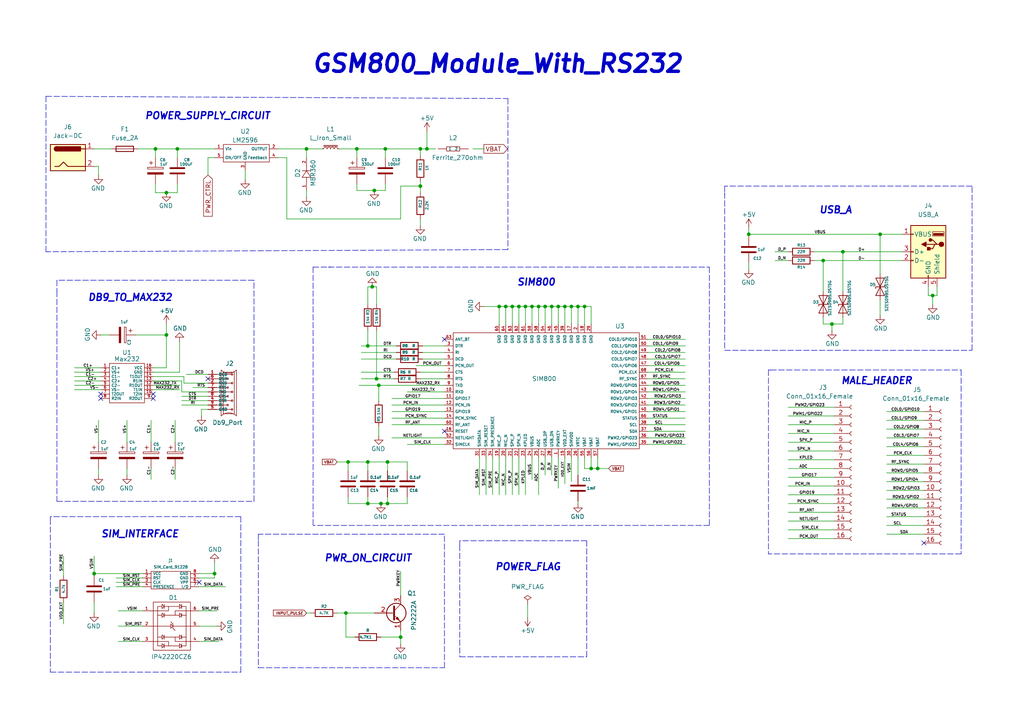
<source format=kicad_sch>
(kicad_sch (version 20211123) (generator eeschema)
  (paper "A4")
  (junction (at 156.21 88.9))
  (junction (at 111.76 43.18))
  (junction (at 112.395 133.985))
  (junction (at 255.27 67.945))
  (junction (at 116.205 184.785))
  (junction (at 152.4 88.9))
  (junction (at 109.22 109.855))
  (junction (at 241.3 93.98))
  (junction (at 173.355 135.89))
  (junction (at 48.26 55.88))
  (junction (at 154.305 88.9))
  (junction (at 160.02 88.9))
  (junction (at 123.825 43.18))
  (junction (at 100.33 177.8))
  (junction (at 106.68 100.33))
  (junction (at 158.115 88.9))
  (junction (at 106.68 146.05))
  (junction (at 150.495 88.9))
  (junction (at 51.435 43.18))
  (junction (at 107.95 83.185))
  (junction (at 109.855 111.76))
  (junction (at 62.23 166.37))
  (junction (at 148.59 88.9))
  (junction (at 27.305 166.37))
  (junction (at 121.92 53.975))
  (junction (at 270.51 85.725))
  (junction (at 238.76 75.565))
  (junction (at 88.9 43.18))
  (junction (at 112.395 146.05))
  (junction (at 244.475 73.025))
  (junction (at 144.78 88.9))
  (junction (at 165.735 88.9))
  (junction (at 45.085 43.18))
  (junction (at 161.925 88.9))
  (junction (at 48.26 97.155))
  (junction (at 103.505 43.18))
  (junction (at 100.965 133.985))
  (junction (at 106.68 133.985))
  (junction (at 108.585 55.245))
  (junction (at 169.545 88.9))
  (junction (at 167.64 88.9))
  (junction (at 146.685 88.9))
  (junction (at 163.83 88.9))
  (junction (at 217.17 67.945))
  (junction (at 121.92 43.18))
  (junction (at 110.49 146.05))
  (junction (at 171.45 135.89))
  (no_connect (at 267.97 157.48))
  (no_connect (at 57.785 168.91))
  (no_connect (at 128.905 98.425))
  (no_connect (at 29.21 114.3))
  (no_connect (at 60.325 109.855))
  (no_connect (at 29.21 115.57))
  (no_connect (at 44.45 115.57))
  (no_connect (at 44.45 114.3))
  (no_connect (at 128.905 125.095))
  (polyline (pts (xy 74.93 154.94) (xy 74.93 156.845)))
  (wire (pts (xy 257.175 132.08) (xy 267.97 132.08)))
  (wire (pts (xy 144.78 132.715) (xy 144.78 143.51)))
  (wire (pts (xy 153.035 175.26) (xy 153.035 179.07)))
  (wire (pts (xy 52.705 116.205) (xy 60.325 116.205)))
  (wire (pts (xy 18.415 180.975) (xy 18.415 174.625)))
  (wire (pts (xy 116.205 182.88) (xy 116.205 184.785)))
  (wire (pts (xy 257.175 154.94) (xy 267.97 154.94)))
  (wire (pts (xy 228.6 156.21) (xy 241.935 156.21)))
  (wire (pts (xy 120.65 106.045) (xy 128.905 106.045)))
  (wire (pts (xy 123.825 43.18) (xy 126.365 43.18)))
  (wire (pts (xy 45.085 43.18) (xy 45.085 45.72)))
  (wire (pts (xy 228.6 130.81) (xy 241.935 130.81)))
  (wire (pts (xy 244.475 93.98) (xy 241.3 93.98)))
  (wire (pts (xy 161.925 132.715) (xy 161.925 141.605)))
  (wire (pts (xy 52.705 113.665) (xy 52.705 110.49)))
  (wire (pts (xy 187.96 117.475) (xy 198.755 117.475)))
  (wire (pts (xy 118.11 146.05) (xy 112.395 146.05)))
  (wire (pts (xy 104.775 104.14) (xy 114.935 104.14)))
  (polyline (pts (xy 210.185 53.975) (xy 210.185 56.515)))
  (polyline (pts (xy 133.35 190.5) (xy 170.18 190.5)))
  (wire (pts (xy 140.97 132.715) (xy 140.97 143.51)))
  (wire (pts (xy 100.965 144.145) (xy 100.965 146.05)))
  (wire (pts (xy 146.685 88.9) (xy 146.685 93.98)))
  (polyline (pts (xy 13.335 27.94) (xy 13.335 73.025)))
  (wire (pts (xy 45.085 43.18) (xy 51.435 43.18)))
  (wire (pts (xy 21.59 109.22) (xy 29.21 109.22)))
  (wire (pts (xy 154.305 88.9) (xy 152.4 88.9)))
  (wire (pts (xy 36.83 121.92) (xy 36.83 128.27)))
  (wire (pts (xy 48.26 106.68) (xy 48.26 97.155)))
  (wire (pts (xy 173.355 135.89) (xy 176.53 135.89)))
  (wire (pts (xy 34.29 186.055) (xy 41.275 186.055)))
  (wire (pts (xy 71.12 49.53) (xy 71.12 52.07)))
  (wire (pts (xy 187.96 128.905) (xy 198.755 128.905)))
  (wire (pts (xy 43.815 135.89) (xy 43.815 139.065)))
  (wire (pts (xy 257.175 144.78) (xy 267.97 144.78)))
  (wire (pts (xy 33.655 167.64) (xy 41.275 167.64)))
  (polyline (pts (xy 281.94 101.6) (xy 281.94 53.975)))
  (wire (pts (xy 112.395 133.985) (xy 112.395 136.525)))
  (wire (pts (xy 228.6 125.73) (xy 241.935 125.73)))
  (wire (pts (xy 187.96 125.095) (xy 198.755 125.095)))
  (wire (pts (xy 228.6 153.67) (xy 241.935 153.67)))
  (wire (pts (xy 228.6 151.13) (xy 241.935 151.13)))
  (wire (pts (xy 111.76 53.34) (xy 111.76 55.245)))
  (polyline (pts (xy 147.32 28.575) (xy 147.32 72.39)))
  (wire (pts (xy 108.585 55.245) (xy 111.76 55.245)))
  (wire (pts (xy 103.505 53.34) (xy 103.505 55.245)))
  (wire (pts (xy 21.59 111.76) (xy 29.21 111.76)))
  (wire (pts (xy 106.68 83.185) (xy 107.95 83.185)))
  (wire (pts (xy 116.205 184.785) (xy 116.205 186.69)))
  (wire (pts (xy 150.495 88.9) (xy 150.495 93.98)))
  (wire (pts (xy 121.92 53.975) (xy 121.92 55.88)))
  (wire (pts (xy 238.76 75.565) (xy 261.62 75.565)))
  (wire (pts (xy 118.11 113.665) (xy 128.905 113.665)))
  (wire (pts (xy 106.68 133.985) (xy 112.395 133.985)))
  (wire (pts (xy 109.22 109.855) (xy 114.3 109.855)))
  (wire (pts (xy 44.45 107.95) (xy 52.07 107.95)))
  (polyline (pts (xy 14.605 150.495) (xy 14.605 194.945)))
  (polyline (pts (xy 281.94 53.975) (xy 210.185 53.975)))
  (wire (pts (xy 57.785 186.055) (xy 63.5 186.055)))
  (wire (pts (xy 139.065 132.715) (xy 139.065 143.51)))
  (wire (pts (xy 122.555 100.33) (xy 128.905 100.33)))
  (wire (pts (xy 108.585 177.8) (xy 100.33 177.8)))
  (wire (pts (xy 80.645 43.18) (xy 88.9 43.18)))
  (wire (pts (xy 161.925 88.9) (xy 161.925 93.98)))
  (wire (pts (xy 27.305 174.625) (xy 27.305 177.8)))
  (wire (pts (xy 53.34 111.125) (xy 53.34 109.22)))
  (wire (pts (xy 43.815 121.92) (xy 43.815 128.27)))
  (polyline (pts (xy 133.35 156.845) (xy 133.35 159.385)))
  (wire (pts (xy 140.335 88.9) (xy 144.78 88.9)))
  (wire (pts (xy 106.68 144.145) (xy 106.68 146.05)))
  (polyline (pts (xy 147.32 72.39) (xy 13.335 73.025)))
  (wire (pts (xy 28.575 135.89) (xy 28.575 137.795)))
  (wire (pts (xy 187.96 111.76) (xy 198.755 111.76)))
  (wire (pts (xy 171.45 135.89) (xy 173.355 135.89)))
  (wire (pts (xy 228.6 146.05) (xy 241.935 146.05)))
  (wire (pts (xy 100.965 136.525) (xy 100.965 133.985)))
  (wire (pts (xy 113.665 123.19) (xy 128.905 123.19)))
  (polyline (pts (xy 205.74 152.4) (xy 90.805 152.4)))
  (wire (pts (xy 167.64 132.715) (xy 167.64 137.795)))
  (wire (pts (xy 109.22 83.185) (xy 109.22 88.265)))
  (polyline (pts (xy 69.85 149.86) (xy 14.605 149.86)))
  (wire (pts (xy 60.325 45.72) (xy 60.325 50.8)))
  (wire (pts (xy 100.33 184.785) (xy 102.87 184.785)))
  (wire (pts (xy 241.3 93.98) (xy 238.76 93.98)))
  (wire (pts (xy 51.435 43.18) (xy 51.435 45.72)))
  (wire (pts (xy 165.735 132.715) (xy 165.735 139.7)))
  (wire (pts (xy 62.23 45.72) (xy 60.325 45.72)))
  (polyline (pts (xy 222.885 107.315) (xy 222.885 160.655)))
  (wire (pts (xy 109.22 95.885) (xy 109.22 109.855)))
  (wire (pts (xy 148.59 88.9) (xy 148.59 93.98)))
  (polyline (pts (xy 170.18 190.5) (xy 170.18 156.845)))
  (wire (pts (xy 55.88 112.395) (xy 60.325 112.395)))
  (wire (pts (xy 83.185 45.72) (xy 83.185 63.5)))
  (wire (pts (xy 187.96 109.855) (xy 198.755 109.855)))
  (polyline (pts (xy 90.805 77.47) (xy 90.805 152.4)))
  (wire (pts (xy 121.92 43.18) (xy 123.825 43.18)))
  (wire (pts (xy 257.175 149.86) (xy 267.97 149.86)))
  (polyline (pts (xy 90.805 77.47) (xy 95.885 77.47)))
  (wire (pts (xy 106.68 133.985) (xy 106.68 136.525)))
  (wire (pts (xy 158.115 88.9) (xy 156.21 88.9)))
  (wire (pts (xy 106.68 88.265) (xy 106.68 83.185)))
  (wire (pts (xy 34.29 181.61) (xy 41.275 181.61)))
  (wire (pts (xy 27.305 161.29) (xy 27.305 166.37)))
  (wire (pts (xy 53.975 108.585) (xy 60.325 108.585)))
  (wire (pts (xy 187.96 106.045) (xy 198.755 106.045)))
  (wire (pts (xy 27.305 167.005) (xy 27.305 166.37)))
  (wire (pts (xy 167.64 88.9) (xy 167.64 93.98)))
  (wire (pts (xy 163.83 132.715) (xy 163.83 140.335)))
  (wire (pts (xy 88.9 55.245) (xy 88.9 57.15)))
  (polyline (pts (xy 16.51 81.28) (xy 16.51 84.455)))
  (wire (pts (xy 271.78 83.185) (xy 271.78 85.725)))
  (wire (pts (xy 83.185 63.5) (xy 116.205 63.5)))
  (polyline (pts (xy 16.51 145.415) (xy 73.66 145.415)))
  (wire (pts (xy 52.705 110.49) (xy 44.45 110.49)))
  (polyline (pts (xy 73.66 145.415) (xy 73.66 81.28)))
  (wire (pts (xy 228.6 128.27) (xy 241.935 128.27)))
  (wire (pts (xy 257.175 137.16) (xy 267.97 137.16)))
  (wire (pts (xy 257.175 152.4) (xy 267.97 152.4)))
  (polyline (pts (xy 210.185 55.88) (xy 210.185 101.6)))
  (wire (pts (xy 236.22 75.565) (xy 238.76 75.565)))
  (wire (pts (xy 261.62 67.945) (xy 255.27 67.945)))
  (wire (pts (xy 44.45 111.76) (xy 52.07 111.76)))
  (wire (pts (xy 27.305 166.37) (xy 41.275 166.37)))
  (polyline (pts (xy 133.35 158.115) (xy 133.35 190.5)))
  (wire (pts (xy 112.395 146.05) (xy 110.49 146.05)))
  (wire (pts (xy 18.415 167.005) (xy 18.415 161.29)))
  (wire (pts (xy 21.59 110.49) (xy 29.21 110.49)))
  (wire (pts (xy 165.735 88.9) (xy 165.735 93.98)))
  (wire (pts (xy 50.8 121.92) (xy 50.8 128.27)))
  (wire (pts (xy 228.6 135.89) (xy 241.935 135.89)))
  (wire (pts (xy 113.665 115.57) (xy 128.905 115.57)))
  (wire (pts (xy 154.305 88.9) (xy 154.305 93.98)))
  (polyline (pts (xy 95.25 77.47) (xy 205.74 77.47)))
  (wire (pts (xy 163.83 88.9) (xy 161.925 88.9)))
  (wire (pts (xy 238.76 93.98) (xy 238.76 92.075)))
  (wire (pts (xy 187.96 107.95) (xy 198.755 107.95)))
  (wire (pts (xy 152.4 88.9) (xy 152.4 93.98)))
  (wire (pts (xy 257.175 127) (xy 267.97 127)))
  (wire (pts (xy 169.545 88.9) (xy 169.545 93.98)))
  (wire (pts (xy 109.855 111.76) (xy 128.905 111.76)))
  (wire (pts (xy 104.775 109.855) (xy 109.22 109.855)))
  (wire (pts (xy 150.495 132.715) (xy 150.495 143.51)))
  (wire (pts (xy 150.495 88.9) (xy 148.59 88.9)))
  (wire (pts (xy 21.59 113.03) (xy 29.21 113.03)))
  (wire (pts (xy 269.24 85.725) (xy 270.51 85.725)))
  (wire (pts (xy 241.3 93.98) (xy 241.3 95.885)))
  (wire (pts (xy 44.45 113.03) (xy 52.07 113.03)))
  (wire (pts (xy 103.505 43.18) (xy 111.76 43.18)))
  (wire (pts (xy 156.21 88.9) (xy 156.21 93.98)))
  (wire (pts (xy 44.45 106.68) (xy 48.26 106.68)))
  (wire (pts (xy 27.305 48.26) (xy 28.575 48.26)))
  (wire (pts (xy 187.96 127) (xy 198.755 127)))
  (wire (pts (xy 104.775 100.33) (xy 106.68 100.33)))
  (polyline (pts (xy 223.52 107.315) (xy 278.765 107.315)))
  (polyline (pts (xy 69.85 194.945) (xy 69.85 149.86)))
  (wire (pts (xy 187.96 104.14) (xy 198.755 104.14)))
  (wire (pts (xy 146.685 132.715) (xy 146.685 143.51)))
  (wire (pts (xy 48.26 93.98) (xy 48.26 97.155)))
  (wire (pts (xy 62.23 166.37) (xy 62.23 163.195)))
  (wire (pts (xy 187.96 119.38) (xy 198.755 119.38)))
  (wire (pts (xy 104.775 107.95) (xy 114.3 107.95)))
  (wire (pts (xy 169.545 132.715) (xy 169.545 135.89)))
  (wire (pts (xy 100.965 146.05) (xy 106.68 146.05)))
  (wire (pts (xy 228.6 143.51) (xy 241.935 143.51)))
  (wire (pts (xy 51.435 55.88) (xy 48.26 55.88)))
  (wire (pts (xy 158.115 88.9) (xy 158.115 93.98)))
  (wire (pts (xy 228.6 120.65) (xy 241.935 120.65)))
  (wire (pts (xy 158.115 132.715) (xy 158.115 137.795)))
  (wire (pts (xy 152.4 132.715) (xy 152.4 143.51)))
  (wire (pts (xy 121.92 43.18) (xy 121.92 45.085)))
  (wire (pts (xy 156.21 132.715) (xy 156.21 143.51)))
  (wire (pts (xy 97.79 177.8) (xy 100.33 177.8)))
  (wire (pts (xy 257.175 147.32) (xy 267.97 147.32)))
  (wire (pts (xy 36.83 135.89) (xy 36.83 137.795)))
  (wire (pts (xy 45.085 55.88) (xy 48.26 55.88)))
  (wire (pts (xy 57.785 166.37) (xy 62.23 166.37)))
  (wire (pts (xy 111.76 43.18) (xy 121.92 43.18)))
  (wire (pts (xy 110.49 184.785) (xy 116.205 184.785)))
  (wire (pts (xy 255.27 67.945) (xy 255.27 79.375)))
  (polyline (pts (xy 128.905 154.94) (xy 74.93 154.94)))
  (wire (pts (xy 111.76 43.18) (xy 111.76 45.72)))
  (wire (pts (xy 116.205 63.5) (xy 116.205 53.975)))
  (wire (pts (xy 257.175 139.7) (xy 267.97 139.7)))
  (wire (pts (xy 53.34 109.22) (xy 44.45 109.22)))
  (polyline (pts (xy 16.51 84.455) (xy 16.51 145.415)))
  (wire (pts (xy 52.705 117.475) (xy 60.325 117.475)))
  (polyline (pts (xy 222.885 107.315) (xy 223.52 107.315)))
  (wire (pts (xy 228.6 140.97) (xy 241.935 140.97)))
  (wire (pts (xy 88.9 177.8) (xy 90.17 177.8)))
  (wire (pts (xy 113.665 127) (xy 128.905 127)))
  (wire (pts (xy 257.175 134.62) (xy 267.97 134.62)))
  (wire (pts (xy 103.505 43.18) (xy 103.505 45.72)))
  (wire (pts (xy 187.96 115.57) (xy 198.755 115.57)))
  (wire (pts (xy 152.4 88.9) (xy 150.495 88.9)))
  (wire (pts (xy 163.83 88.9) (xy 163.83 93.98)))
  (wire (pts (xy 148.59 132.715) (xy 148.59 143.51)))
  (wire (pts (xy 104.14 111.76) (xy 109.855 111.76)))
  (wire (pts (xy 169.545 88.9) (xy 167.64 88.9)))
  (wire (pts (xy 224.79 73.025) (xy 228.6 73.025)))
  (wire (pts (xy 57.785 177.165) (xy 62.865 177.165)))
  (wire (pts (xy 187.96 121.285) (xy 198.755 121.285)))
  (wire (pts (xy 123.825 38.1) (xy 123.825 43.18)))
  (wire (pts (xy 51.435 43.18) (xy 62.23 43.18)))
  (wire (pts (xy 228.6 148.59) (xy 241.935 148.59)))
  (wire (pts (xy 140.335 43.18) (xy 137.16 43.18)))
  (wire (pts (xy 57.785 170.18) (xy 65.405 170.18)))
  (wire (pts (xy 171.45 88.9) (xy 169.545 88.9)))
  (wire (pts (xy 255.27 86.995) (xy 255.27 91.44)))
  (wire (pts (xy 88.9 43.18) (xy 93.345 43.18)))
  (wire (pts (xy 244.475 73.025) (xy 244.475 84.455)))
  (wire (pts (xy 113.665 117.475) (xy 128.905 117.475)))
  (polyline (pts (xy 13.335 27.94) (xy 147.32 28.575)))
  (wire (pts (xy 121.92 63.5) (xy 121.92 65.405)))
  (wire (pts (xy 169.545 135.89) (xy 171.45 135.89)))
  (wire (pts (xy 104.775 102.235) (xy 114.935 102.235)))
  (polyline (pts (xy 74.93 156.845) (xy 74.93 193.675)))
  (wire (pts (xy 21.59 106.68) (xy 29.21 106.68)))
  (wire (pts (xy 142.875 132.715) (xy 142.875 143.51)))
  (polyline (pts (xy 278.765 160.655) (xy 222.885 160.655)))
  (wire (pts (xy 57.785 181.61) (xy 62.865 181.61)))
  (wire (pts (xy 28.575 121.92) (xy 28.575 128.27)))
  (wire (pts (xy 244.475 92.075) (xy 244.475 93.98)))
  (wire (pts (xy 236.22 73.025) (xy 244.475 73.025)))
  (wire (pts (xy 156.21 88.9) (xy 154.305 88.9)))
  (wire (pts (xy 106.68 146.05) (xy 110.49 146.05)))
  (wire (pts (xy 88.9 43.18) (xy 88.9 45.72)))
  (wire (pts (xy 257.175 129.54) (xy 267.97 129.54)))
  (polyline (pts (xy 278.765 107.315) (xy 278.765 160.655)))
  (wire (pts (xy 121.92 109.855) (xy 128.905 109.855)))
  (wire (pts (xy 228.6 123.19) (xy 241.935 123.19)))
  (wire (pts (xy 106.68 95.885) (xy 106.68 100.33)))
  (wire (pts (xy 257.175 124.46) (xy 267.97 124.46)))
  (polyline (pts (xy 205.74 77.47) (xy 205.74 152.4)))
  (wire (pts (xy 29.21 97.155) (xy 31.75 97.155)))
  (polyline (pts (xy 14.605 194.945) (xy 69.85 194.945)))
  (wire (pts (xy 257.175 119.38) (xy 267.97 119.38)))
  (wire (pts (xy 60.325 118.745) (xy 58.42 118.745)))
  (wire (pts (xy 187.96 98.425) (xy 198.755 98.425)))
  (wire (pts (xy 27.305 43.18) (xy 32.385 43.18)))
  (wire (pts (xy 113.665 119.38) (xy 128.905 119.38)))
  (wire (pts (xy 171.45 132.715) (xy 171.45 135.89)))
  (wire (pts (xy 187.96 100.33) (xy 198.755 100.33)))
  (wire (pts (xy 160.02 88.9) (xy 160.02 93.98)))
  (wire (pts (xy 238.76 75.565) (xy 238.76 84.455)))
  (wire (pts (xy 98.425 43.18) (xy 103.505 43.18)))
  (wire (pts (xy 60.325 111.125) (xy 53.34 111.125)))
  (wire (pts (xy 173.355 132.715) (xy 173.355 135.89)))
  (wire (pts (xy 165.735 88.9) (xy 163.83 88.9)))
  (wire (pts (xy 146.685 88.9) (xy 144.78 88.9)))
  (polyline (pts (xy 210.185 101.6) (xy 281.94 101.6)))
  (wire (pts (xy 100.965 133.985) (xy 106.68 133.985)))
  (wire (pts (xy 52.07 107.95) (xy 52.07 99.06)))
  (wire (pts (xy 116.205 165.735) (xy 116.205 172.72)))
  (wire (pts (xy 228.6 138.43) (xy 241.935 138.43)))
  (wire (pts (xy 28.575 48.26) (xy 28.575 50.8)))
  (wire (pts (xy 187.96 102.235) (xy 198.755 102.235)))
  (wire (pts (xy 269.24 83.185) (xy 269.24 85.725)))
  (wire (pts (xy 217.17 67.945) (xy 255.27 67.945)))
  (wire (pts (xy 62.23 167.64) (xy 62.23 166.37)))
  (wire (pts (xy 58.42 118.745) (xy 58.42 120.65)))
  (wire (pts (xy 113.665 121.285) (xy 128.905 121.285)))
  (wire (pts (xy 45.085 53.34) (xy 45.085 55.88)))
  (wire (pts (xy 57.785 167.64) (xy 62.23 167.64)))
  (wire (pts (xy 107.95 83.185) (xy 109.22 83.185)))
  (wire (pts (xy 121.92 52.705) (xy 121.92 53.975)))
  (polyline (pts (xy 170.18 156.845) (xy 133.35 156.845)))
  (wire (pts (xy 52.705 114.935) (xy 60.325 114.935)))
  (wire (pts (xy 106.68 100.33) (xy 114.935 100.33)))
  (wire (pts (xy 154.305 132.715) (xy 154.305 139.065)))
  (wire (pts (xy 109.855 111.76) (xy 109.855 116.205)))
  (wire (pts (xy 97.79 133.985) (xy 100.965 133.985)))
  (wire (pts (xy 228.6 133.35) (xy 241.935 133.35)))
  (wire (pts (xy 122.555 104.14) (xy 128.905 104.14)))
  (wire (pts (xy 160.02 88.9) (xy 158.115 88.9)))
  (wire (pts (xy 217.17 66.04) (xy 217.17 67.945)))
  (wire (pts (xy 160.02 132.715) (xy 160.02 137.795)))
  (wire (pts (xy 51.435 53.34) (xy 51.435 55.88)))
  (polyline (pts (xy 128.905 193.675) (xy 128.905 154.94)))
  (wire (pts (xy 112.395 144.145) (xy 112.395 146.05)))
  (wire (pts (xy 33.655 168.91) (xy 41.275 168.91)))
  (wire (pts (xy 50.8 135.89) (xy 50.8 139.065)))
  (wire (pts (xy 80.645 45.72) (xy 83.185 45.72)))
  (wire (pts (xy 270.51 85.725) (xy 270.51 88.265)))
  (wire (pts (xy 167.64 88.9) (xy 165.735 88.9)))
  (wire (pts (xy 257.175 121.92) (xy 267.97 121.92)))
  (wire (pts (xy 161.925 88.9) (xy 160.02 88.9)))
  (wire (pts (xy 48.26 97.155) (xy 39.37 97.155)))
  (wire (pts (xy 118.11 128.905) (xy 128.905 128.905)))
  (wire (pts (xy 100.33 177.8) (xy 100.33 184.785)))
  (wire (pts (xy 112.395 133.985) (xy 118.11 133.985)))
  (wire (pts (xy 217.17 76.2) (xy 217.17 78.105)))
  (wire (pts (xy 144.78 88.9) (xy 144.78 93.98)))
  (wire (pts (xy 257.175 142.24) (xy 267.97 142.24)))
  (wire (pts (xy 116.205 53.975) (xy 121.92 53.975)))
  (wire (pts (xy 21.59 107.95) (xy 29.21 107.95)))
  (wire (pts (xy 118.11 133.985) (xy 118.11 136.525)))
  (wire (pts (xy 40.005 43.18) (xy 45.085 43.18)))
  (polyline (pts (xy 74.93 193.675) (xy 128.905 193.675)))
  (wire (pts (xy 187.96 113.665) (xy 198.755 113.665)))
  (wire (pts (xy 187.96 123.19) (xy 198.755 123.19)))
  (wire (pts (xy 118.11 144.145) (xy 118.11 146.05)))
  (wire (pts (xy 109.855 123.825) (xy 109.855 126.365)))
  (wire (pts (xy 122.555 102.235) (xy 128.905 102.235)))
  (wire (pts (xy 33.655 170.18) (xy 41.275 170.18)))
  (wire (pts (xy 228.6 118.11) (xy 241.935 118.11)))
  (wire (pts (xy 60.325 113.665) (xy 52.705 113.665)))
  (polyline (pts (xy 73.66 81.28) (xy 16.51 81.28)))
  (wire (pts (xy 217.17 67.945) (xy 217.17 68.58)))
  (wire (pts (xy 121.92 107.95) (xy 128.905 107.95)))
  (wire (pts (xy 167.64 145.415) (xy 167.64 146.05)))
  (wire (pts (xy 103.505 55.245) (xy 108.585 55.245)))
  (wire (pts (xy 270.51 85.725) (xy 271.78 85.725)))
  (wire (pts (xy 34.29 177.165) (xy 41.275 177.165)))
  (wire (pts (xy 224.79 75.565) (xy 228.6 75.565)))
  (wire (pts (xy 261.62 73.025) (xy 244.475 73.025)))
  (polyline (pts (xy 14.605 149.86) (xy 14.605 150.495)))
  (wire (pts (xy 171.45 93.98) (xy 171.45 88.9)))
  (wire (pts (xy 148.59 88.9) (xy 146.685 88.9)))
  (text "MALE_HEADER	" (at 243.84 111.76 0) (effects (font (size 2 2) (thickness 0.4) bold italic) (justify left bottom)))
  (text "PWR_ON_CIRCUIT" (at 93.98 163.195 0) (effects (font (size 2 2) bold italic) (justify left bottom)))
  (text "SIM800	" (at 149.86 83.185 0) (effects (font (size 2 2) (thickness 0.4) bold italic) (justify left bottom)))
  (text "POWER_FLAG" (at 143.51 165.735 0) (effects (font (size 2 2) (thickness 0.4) bold italic) (justify left bottom)))
  (text "SIM_INTERFACE" (at 29.21 156.21 0) (effects (font (size 2 2) bold italic) (justify left bottom)))
  (text "POWER_SUPPLY_CIRCUIT" (at 41.91 34.925 0) (effects (font (size 2 2) bold italic) (justify left bottom)))
  (text "GSM800_Module_With_RS232\n" (at 90.17 21.59 0) (effects (font (size 5 5) bold italic) (justify left bottom)))
  (text "DB9_TO_MAX232" (at 25.4 87.63 0) (effects (font (size 2 2) bold italic) (justify left bottom)))
  (text "USB_A " (at 237.49 62.23 0) (effects (font (size 2 2) (thickness 0.4) bold italic) (justify left bottom)))
  (label "PCM_OUT" (at 231.775 156.21 0) (effects (font (size 0.8 0.8))))
  (label "MIC_N" (at 146.685 140.97 90) (effects (font (size 0.8 0.8))))
  (label "C2+" (at 25.4 110.49 0) (effects (font (size 0.8 0.8))))
  (label "C1-" (at 24.765 109.22 0) (effects (font (size 0.8 0.8))))
  (label "SPK_P" (at 148.59 140.335 90) (effects (font (size 0.8 0.8))))
  (label "C1-" (at 43.815 137.795 90) (effects (font (size 0.8 0.8))))
  (label "CTS" (at 54.61 114.935 0) (effects (font (size 0.8 0.8))))
  (label "C2-" (at 24.765 111.76 0) (effects (font (size 0.8 0.8))))
  (label "DTR" (at 111.125 100.33 0) (effects (font (size 0.8 0.8))))
  (label "C0L2{slash}GPIO8" (at 189.865 102.235 0) (effects (font (size 0.8 0.8))))
  (label "SIM_PRE" (at 58.42 177.165 0) (effects (font (size 0.8 0.8))))
  (label "MAX232_RX" (at 45.085 113.03 0) (effects (font (size 0.8 0.8))))
  (label "D_P" (at 158.115 136.525 90) (effects (font (size 0.8 0.8) bold italic)))
  (label "PCM_IN" (at 116.84 117.475 0) (effects (font (size 0.8 0.8))))
  (label "SIM_RST" (at 140.97 140.97 90) (effects (font (size 0.8 0.8))))
  (label "KPLED" (at 152.4 140.335 90) (effects (font (size 0.8 0.8))))
  (label "RI" (at 55.245 117.475 0) (effects (font (size 0.8 0.8))))
  (label "MIC_P" (at 144.78 140.335 90) (effects (font (size 0.8 0.8))))
  (label "RF_SYNC" (at 258.445 134.62 0) (effects (font (size 0.8 0.8))))
  (label "PWRKEY" (at 161.925 139.7 90) (effects (font (size 0.8 0.8))))
  (label "VBUS" (at 154.305 137.795 90) (effects (font (size 0.8 0.8))))
  (label "GPIO19" (at 231.775 143.51 0) (effects (font (size 0.8 0.8))))
  (label "VDD_EXT" (at 18.415 179.705 90) (effects (font (size 0.8 0.8))))
  (label "PWM1{slash}GPIO22" (at 229.87 120.65 0) (effects (font (size 0.8 0.8))))
  (label "DTR" (at 54.61 116.205 0) (effects (font (size 0.8 0.8))))
  (label "SIM_CLK" (at 35.56 168.91 0) (effects (font (size 0.8 0.8))))
  (label "RI" (at 111.125 102.235 0) (effects (font (size 0.8 0.8))))
  (label "SIM_DATA" (at 139.065 141.605 90) (effects (font (size 0.8 0.8))))
  (label "ADC" (at 156.21 139.648 90) (effects (font (size 0.8 0.8))))
  (label "KPLED" (at 231.775 133.35 0) (effects (font (size 0.8 0.8))))
  (label "ROW3{slash}GPIO2" (at 189.5339 117.475 0) (effects (font (size 0.8 0.8))))
  (label "PWRKEY" (at 116.205 170.18 90) (effects (font (size 0.8 0.8))))
  (label "MAX232_TX" (at 44.45 111.76 0) (effects (font (size 0.8 0.8))))
  (label "SIM_PRE" (at 142.875 141.605 90) (effects (font (size 0.8 0.8))))
  (label "C0L3{slash}GPIO7" (at 189.865 104.14 0) (effects (font (size 0.8 0.8))))
  (label "C2+" (at 50.8 125.73 90) (effects (font (size 0.8 0.8))))
  (label "PWM2{slash}GPIO23" (at 189.8166 127 0) (effects (font (size 0.8 0.8))))
  (label "SCL" (at 259.08 152.4 0) (effects (font (size 0.8 0.8))))
  (label "D-" (at 248.92 75.565 0) (effects (font (size 0.8 0.8))))
  (label "SPK_N" (at 150.495 140.97 90) (effects (font (size 0.8 0.8))))
  (label "ROW1{slash}GPIO4" (at 258.445 139.7 0) (effects (font (size 0.8 0.8))))
  (label "ROW2{slash}GPIO3" (at 258.8902 142.24 0) (effects (font (size 0.8 0.8))))
  (label "RF_ANT" (at 117.475 123.19 0) (effects (font (size 0.8 0.8))))
  (label "VSIM" (at 36.83 177.165 0) (effects (font (size 0.8 0.8))))
  (label "C0L0{slash}GPIO10" (at 189.23 98.425 0) (effects (font (size 0.8 0.8))))
  (label "ROW3{slash}GPIO2" (at 258.7489 144.78 0) (effects (font (size 0.8 0.8))))
  (label "SDA" (at 260.985 154.94 0) (effects (font (size 0.8 0.8))))
  (label "CTS" (at 111.125 107.95 0) (effects (font (size 0.8 0.8))))
  (label "D+" (at 248.92 73.025 0) (effects (font (size 0.8 0.8))))
  (label "ROW0{slash}GPIO5" (at 189.23 111.76 0) (effects (font (size 0.8 0.8))))
  (label "VSIM" (at 27.305 165.1 90) (effects (font (size 0.88 0.88))))
  (label "SIM_PRE" (at 35.56 170.18 0) (effects (font (size 0.8 0.8))))
  (label "ROW4{slash}GPIO1" (at 258.5016 147.32 0) (effects (font (size 0.8 0.8))))
  (label "SPK_N" (at 231.14 130.81 0) (effects (font (size 0.8 0.8))))
  (label "D_N" (at 227.965 75.565 180) (effects (font (size 0.8 0.8) bold italic)))
  (label "SPK_P" (at 231.775 128.27 0) (effects (font (size 0.8 0.8))))
  (label "RTS" (at 111.125 109.855 0) (effects (font (size 0.8 0.8))))
  (label "SIM_RST" (at 36.195 181.61 0) (effects (font (size 0.8 0.8))))
  (label "SIM_DATA" (at 59.055 170.18 0) (effects (font (size 0.8 0.8))))
  (label "MAX232_TX" (at 119.38 113.665 0) (effects (font (size 0.8 0.8))))
  (label "VBUS" (at 236.22 67.945 0) (effects (font (size 0.8 0.8))))
  (label "SCL" (at 189.865 123.19 0) (effects (font (size 0.8 0.8))))
  (label "SIM_CLK" (at 232.41 153.67 0) (effects (font (size 0.8 0.8))))
  (label "PWM1{slash}GPIO22" (at 189.23 128.905 0) (effects (font (size 0.8 0.8))))
  (label "SIM_DATA" (at 59.055 186.055 0) (effects (font (size 0.8 0.8))))
  (label "GPIO19" (at 117.475 119.38 0) (effects (font (size 0.8 0.8))))
  (label "SIM_RST" (at 35.56 167.64 0) (effects (font (size 0.8 0.8))))
  (label "STATUS" (at 258.445 149.86 0) (effects (font (size 0.8 0.8))))
  (label "C0L4{slash}GPIO6" (at 258.8902 129.54 0) (effects (font (size 0.8 0.8))))
  (label "C0L3{slash}GPIO7" (at 259.08 127 0) (effects (font (size 0.8 0.8))))
  (label "C0L1{slash}GPIO9" (at 189.23 100.33 0) (effects (font (size 0.8 0.8))))
  (label "DCD" (at 111.125 104.14 0) (effects (font (size 0.8 0.8))))
  (label "PCM_CLK" (at 259.08 132.08 0) (effects (font (size 0.8 0.8))))
  (label "VS+" (at 24.765 107.95 0) (effects (font (size 0.8 0.8))))
  (label "PCM_OUT" (at 122.555 106.045 0) (effects (font (size 0.8 0.8))))
  (label "GPIO17" (at 117.475 115.57 0) (effects (font (size 0.8 0.8))))
  (label "D_N" (at 160.02 136.525 90) (effects (font (size 0.8 0.8) bold italic)))
  (label "ROW1{slash}GPIO4" (at 189.23 113.665 0) (effects (font (size 0.8 0.8))))
  (label "C1+" (at 24.13 106.68 0) (effects (font (size 0.8 0.8))))
  (label "ADC" (at 231.775 135.89 0) (effects (font (size 0.8 0.8))))
  (label "SIM_PRE" (at 18.415 165.735 90) (effects (font (size 0.8 0.8))))
  (label "C0L1{slash}GPIO9" (at 258.445 121.92 0) (effects (font (size 0.8 0.8))))
  (label "D_P" (at 227.965 73.025 180) (effects (font (size 0.8 0.8) bold italic)))
  (label "SDA" (at 189.5339 125.095 0) (effects (font (size 0.8 0.8))))
  (label "RTS" (at 57.15 112.395 0) (effects (font (size 0.8 0.8))))
  (label "DCD" (at 56.515 108.585 0) (effects (font (size 0.8 0.8))))
  (label "RF_ANT" (at 231.775 148.59 0) (effects (font (size 0.8 0.8))))
  (label "PCM_SYNC" (at 231.14 146.05 0) (effects (font (size 0.8 0.8))))
  (label "MIC_N" (at 231.14 125.73 0) (effects (font (size 0.8 0.8))))
  (label "VS-" (at 26.035 113.03 0) (effects (font (size 0.8 0.8))))
  (label "VDD_EXT" (at 163.83 138.43 90) (effects (font (size 0.7 0.7) (thickness 0.14) bold italic)))
  (label "C2-" (at 50.8 137.795 90) (effects (font (size 0.8 0.8))))
  (label "SIM_CLK" (at 35.56 186.055 0) (effects (font (size 0.8 0.8))))
  (label "ROW4{slash}GPIO1" (at 189.2866 119.38 0) (effects (font (size 0.8 0.8))))
  (label "MIC_P" (at 231.775 123.19 0) (effects (font (size 0.8 0.8))))
  (label "VS-" (at 28.575 125.73 90) (effects (font (size 0.8 0.8))))
  (label "STATUS" (at 189.23 121.285 0) (effects (font (size 0.8 0.8))))
  (label "VS+" (at 36.83 125.73 90) (effects (font (size 0.8 0.8))))
  (label "VSIM" (at 165.735 137.16 90) (effects (font (size 0.8 0.8))))
  (label "C1+" (at 43.815 125.73 90) (effects (font (size 0.8 0.8))))
  (label "RF_SYNC" (at 189.23 109.855 0) (effects (font (size 0.8 0.8))))
  (label "C0L2{slash}GPIO8" (at 259.08 124.46 0) (effects (font (size 0.8 0.8))))
  (label "C0L4{slash}GPIO6" (at 189.6752 106.045 0) (effects (font (size 0.8 0.8))))
  (label "NETLIGHT" (at 116.84 127 0) (effects (font (size 0.8 0.8))))
  (label "SIM_CLK" (at 120.015 128.905 0) (effects (font (size 0.8 0.8))))
  (label "MAX232_RX" (at 120.65 111.76 0) (effects (font (size 0.8 0.8))))
  (label "PWM2{slash}GPIO23" (at 230.4566 118.11 0) (effects (font (size 0.8 0.8))))
  (label "C0L0{slash}GPIO10" (at 258.445 119.38 0) (effects (font (size 0.8 0.8))))
  (label "GPIO17" (at 232.41 138.43 0) (effects (font (size 0.8 0.8))))
  (label "PCM_CLK" (at 189.865 107.95 0) (effects (font (size 0.8 0.8))))
  (label "ROW2{slash}GPIO3" (at 189.6752 115.57 0) (effects (font (size 0.8 0.8))))
  (label "PCM_SYNC" (at 117.475 121.285 0) (effects (font (size 0.8 0.8))))
  (label "ROW0{slash}GPIO5" (at 258.445 137.16 0) (effects (font (size 0.8 0.8))))
  (label "NETLIGHT" (at 231.775 151.13 0) (effects (font (size 0.8 0.8))))
  (label "PCM_IN" (at 230.505 140.97 0) (effects (font (size 0.8 0.8))))
  (global_label "PWR_CTRL" (shape input) (at 60.325 50.8 270) (property "Intersheet References" "${INTERSHEET_REFS}" (effects hide)))
  (global_label "VBAT" (shape input) (at 176.53 135.89 0) (effects (font (size 0.8 0.8))) (property "Intersheet References" "${INTERSHEET_REFS}" (effects hide)))
  (global_label "INPUT_PULSE" (shape input) (at 88.9 177.8 180) (effects (font (size 0.8 0.8) bold italic)) (property "Intersheet References" "${INTERSHEET_REFS}" (effects hide)))
  (global_label "VBAT" (shape input) (at 97.79 133.985 180) (effects (font (size 0.8 0.8))) (property "Intersheet References" "${INTERSHEET_REFS}" (effects hide)))
  (global_label "VBAT" (shape output) (at 140.335 43.18 0) (property "Intersheet References" "${INTERSHEET_REFS}" (effects hide)))
  (symbol (lib_id "Device:C") (at 100.965 140.335 0) (mirror x) (unit 1)
    (property "Reference" "C13" (at 101.6 142.24 0) (effects (font (size 0.8 0.8)) (justify left)))
    (property "Value" "1uF" (at 101.6 138.43 0) (effects (font (size 0.8 0.8)) (justify left)))
    (property "Footprint" "Capacitor_SMD:C_0603_1608Metric" (effects hide))
  )
  (symbol (lib_id "Connector:USB_A") (at 269.24 73.025 0) (mirror y) (unit 1)
    (property "Reference" "J4" (at 269.24 59.69 0))
    (property "Value" "USB_A" (at 269.24 62.23 0))
    (property "Footprint" "RS232_Interface_library:USB_Mini-B_Lumberg_2486_01_Horizontal" (effects hide))
    (property "Datasheet" " ~" (effects hide))
  )
  (symbol (lib_id "Device:R") (at 109.855 120.015 180) (unit 1)
    (property "Reference" "R5" (at 109.855 120.65 90) (effects (font (size 0.8 0.8)) (justify left)))
    (property "Value" "14k" (at 109.855 118.11 90) (effects (font (size 0.8 0.8)) (justify left)))
    (property "Footprint" "Capacitor_SMD:C_0603_1608Metric" (effects hide))
  )
  (symbol (lib_id "Device:R") (at 121.92 59.69 0) (unit 1)
    (property "Reference" "R12" (at 121.92 60.325 90) (effects (font (size 0.8 0.8)) (justify left)))
    (property "Value" "2.2K" (at 123.825 60.96 90) (effects (font (size 0.8 0.8)) (justify left)))
    (property "Footprint" "Capacitor_SMD:C_0603_1608Metric" (effects hide))
  )
  (symbol (lib_id "Device:C") (at 112.395 140.335 0) (mirror x) (unit 1)
    (property "Reference" "C15" (at 113.03 142.24 0) (effects (font (size 0.8 0.8)) (justify left)))
    (property "Value" "0.1uF" (at 112.395 138.43 0) (effects (font (size 0.8 0.8)) (justify left)))
    (property "Footprint" "Capacitor_SMD:C_0603_1608Metric" (effects hide))
  )
  (symbol (lib_id "RS232_Interface_library:Ferrite_Bead") (at 130.175 44.45 0) (unit 1)
    (property "Reference" "L2" (at 131.445 40.005 0))
    (property "Value" "Ferrite_270ohm" (at 132.715 45.72 0))
    (property "Footprint" "RS232_Interface_library:Ferrite_bead" (effects hide))
  )
  (symbol (lib_id "Device:R") (at 118.745 104.14 90) (unit 1)
    (property "Reference" "R10" (at 117.475 104.14 90) (effects (font (size 0.8 0.8))))
    (property "Value" "R" (at 120.015 104.14 90) (effects (font (size 0.8 0.8))))
    (property "Footprint" "Capacitor_SMD:C_0603_1608Metric" (effects hide))
  )
  (symbol (lib_id "Device:R") (at 93.98 177.8 90) (unit 1)
    (property "Reference" "R2" (at 93.98 175.895 90) (effects (font (size 0.8 0.8))))
    (property "Value" "4.7K" (at 93.98 177.8 90) (effects (font (size 0.8 0.8))))
    (property "Footprint" "Capacitor_SMD:C_0603_1608Metric" (effects hide))
  )
  (symbol (lib_id "Diode:SZESD9B5.0ST5G") (at 244.475 88.265 270) (mirror x) (unit 1)
    (property "Reference" "D4" (at 243.205 87.63 90) (effects (font (size 0.8 0.8)) (justify right)))
    (property "Value" "SZESD9B5.0ST5G" (at 246.38 81.28 0) (effects (font (size 0.8 0.8)) (justify right)))
    (property "Footprint" "Diode_SMD:D_SOD-923" (effects hide))
    (property "Datasheet" "https://www.onsemi.com/pub/Collateral/ESD9B-D.PDF" (effects hide))
  )
  (symbol (lib_id "power:GND") (at 109.855 126.365 0) (unit 1)
    (property "Reference" "#PWR0107" (effects hide))
    (property "Value" "GND" (at 111.76 130.175 0) (effects (justify right)))
  )
  (symbol (lib_id "Device:C") (at 111.76 49.53 0) (unit 1)
    (property "Reference" "C10" (at 113.665 46.355 0) (effects (font (size 0.8 0.8)) (justify left)))
    (property "Value" "100nF" (at 112.395 47.625 0) (effects (font (size 0.8 0.8)) (justify left)))
    (property "Footprint" "Capacitor_SMD:C_0603_1608Metric" (effects hide))
  )
  (symbol (lib_id "Device:C") (at 27.305 170.815 0) (unit 1)
    (property "Reference" "C1" (at 28.575 168.275 0) (effects (font (size 0.8 0.8)) (justify left)))
    (property "Value" "1uF" (at 29.845 170.815 0) (effects (font (size 0.8 0.8)) (justify left)))
    (property "Footprint" "Capacitor_SMD:C_0603_1608Metric" (effects hide))
  )
  (symbol (lib_id "power:GND") (at 241.3 95.885 0) (mirror y) (unit 1)
    (property "Reference" "#PWR0123" (effects hide))
    (property "Value" "GND" (at 239.395 99.695 0) (effects (justify right)))
  )
  (symbol (lib_id "power:GND") (at 217.17 78.105 0) (unit 1)
    (property "Reference" "#PWR0121" (effects hide))
    (property "Value" "GND" (at 219.075 81.915 0) (effects (justify right)))
  )
  (symbol (lib_id "Device:C_Polarized") (at 45.085 49.53 0) (unit 1)
    (property "Reference" "C6" (at 46.355 46.355 0) (effects (font (size 0.8 0.8)) (justify left)))
    (property "Value" "1uF" (at 46.355 47.625 0) (effects (font (size 0.8 0.8)) (justify left)))
    (property "Footprint" "Capacitor_SMD:C_0603_1608Metric" (effects hide))
  )
  (symbol (lib_id "Device:C_Polarized") (at 103.505 49.53 0) (unit 1)
    (property "Reference" "C9" (at 104.775 46.355 0) (effects (font (size 0.8 0.8)) (justify left)))
    (property "Value" "330uF" (at 104.775 47.625 0) (effects (font (size 0.8 0.8)) (justify left)))
    (property "Footprint" "Capacitor_SMD:C_0603_1608Metric" (effects hide))
  )
  (symbol (lib_id "Device:R") (at 106.68 92.075 0) (unit 1)
    (property "Reference" "R3" (at 106.68 91.44 90) (effects (font (size 0.8 0.8)) (justify left)))
    (property "Value" "14k" (at 106.68 93.98 90) (effects (font (size 0.8 0.8)) (justify left)))
    (property "Footprint" "Capacitor_SMD:C_0603_1608Metric" (effects hide))
  )
  (symbol (lib_id "Device:C_Polarized") (at 43.815 132.08 0) (unit 1)
    (property "Reference" "C5" (at 44.45 128.905 0) (effects (font (size 0.8 0.8)) (justify left)))
    (property "Value" "1uF" (at 44.45 130.175 0) (effects (font (size 0.8 0.8)) (justify left)))
    (property "Footprint" "Capacitor_SMD:C_0603_1608Metric" (effects hide))
  )
  (symbol (lib_id "Device:R") (at 109.22 92.075 0) (unit 1)
    (property "Reference" "R4" (at 109.22 91.44 90) (effects (font (size 0.8 0.8)) (justify left)))
    (property "Value" "14k" (at 109.22 93.98 90) (effects (font (size 0.8 0.8)) (justify left)))
    (property "Footprint" "Capacitor_SMD:C_0603_1608Metric" (effects hide))
  )
  (symbol (lib_id "RS232_Interface_library:Jack-DC") (at 19.685 45.72 0) (unit 1)
    (property "Reference" "J6" (at 19.685 36.83 0))
    (property "Value" "Jack-DC" (at 19.685 39.37 0))
    (property "Footprint" "RS232_Interface_library:BarrelJack_CUI_PJ-102AH_Horizontal" (effects hide))
  )
  (symbol (lib_id "power:GND") (at 27.305 177.8 0) (unit 1)
    (property "Reference" "#PWR0119" (effects hide))
    (property "Value" "GND" (at 29.21 181.61 0) (effects (justify right)))
  )
  (symbol (lib_id "Device:C") (at 167.64 141.605 0) (unit 1)
    (property "Reference" "C11" (at 168.91 139.065 0) (effects (font (size 0.8 0.8)) (justify left)))
    (property "Value" "1mF" (at 170.18 141.605 0) (effects (font (size 0.8 0.8)) (justify left)))
    (property "Footprint" "Capacitor_SMD:C_0603_1608Metric" (effects hide))
  )
  (symbol (lib_id "power:+5V") (at 217.17 66.04 0) (unit 1)
    (property "Reference" "#PWR0120" (effects hide))
    (property "Value" "+5V" (at 217.17 62.23 0))
  )
  (symbol (lib_id "power:GND") (at 28.575 137.795 0) (unit 1)
    (property "Reference" "#PWR0110" (effects hide))
    (property "Value" "GND" (at 30.48 141.605 0) (effects (justify right)))
  )
  (symbol (lib_id "Device:Fuse") (at 36.195 43.18 90) (unit 1)
    (property "Reference" "F1" (at 36.195 37.465 90))
    (property "Value" "Fuse_2A" (at 36.195 40.005 90))
    (property "Footprint" "Fuse:Fuse_0603_1608Metric" (effects hide))
  )
  (symbol (lib_id "Device:L_Iron_Small") (at 95.885 43.18 90) (unit 1)
    (property "Reference" "L1" (at 95.885 37.465 90))
    (property "Value" "L_Iron_Small" (at 95.885 40.005 90))
    (property "Footprint" "Inductor_SMD:L_0805_2012Metric" (effects hide))
  )
  (symbol (lib_id "Device:R") (at 232.41 73.025 90) (unit 1)
    (property "Reference" "R13" (at 232.41 71.12 90) (effects (font (size 0.8 0.8))))
    (property "Value" "22R" (at 232.41 73.025 90) (effects (font (size 0.8 0.8))))
    (property "Footprint" "Capacitor_SMD:C_0603_1608Metric" (effects hide))
  )
  (symbol (lib_id "power:GND") (at 121.92 65.405 0) (unit 1)
    (property "Reference" "#PWR0105" (effects hide))
    (property "Value" "GND" (at 123.825 69.215 0) (effects (justify right)))
  )
  (symbol (lib_id "Device:C_Polarized") (at 36.83 132.08 0) (unit 1)
    (property "Reference" "C4" (at 37.465 128.27 0) (effects (font (size 0.8 0.8)) (justify left)))
    (property "Value" "1uF" (at 37.465 130.175 0) (effects (font (size 0.8 0.8)) (justify left)))
    (property "Footprint" "Capacitor_SMD:C_0603_1608Metric" (effects hide))
  )
  (symbol (lib_id "power:GND") (at 71.12 52.07 0) (unit 1)
    (property "Reference" "#PWR0114" (effects hide))
    (property "Value" "GND" (at 73.025 55.88 0) (effects (justify right)))
  )
  (symbol (lib_id "Device:R") (at 106.68 184.785 90) (unit 1)
    (property "Reference" "4.7K1" (at 106.045 184.785 90) (effects (font (size 0.8 0.8))))
    (property "Value" "R" (at 106.68 182.88 90) (effects (font (size 0.8 0.8))))
    (property "Footprint" "Capacitor_SMD:C_0603_1608Metric" (effects hide))
  )
  (symbol (lib_id "Device:R") (at 232.41 75.565 90) (unit 1)
    (property "Reference" "R14" (at 232.41 77.47 90) (effects (font (size 0.8 0.8))))
    (property "Value" "22R" (at 232.41 75.565 90) (effects (font (size 0.8 0.8))))
    (property "Footprint" "Capacitor_SMD:C_0603_1608Metric" (effects hide))
  )
  (symbol (lib_id "Device:C") (at 106.68 140.335 0) (mirror x) (unit 1)
    (property "Reference" "C14" (at 107.315 142.24 0) (effects (font (size 0.8 0.8)) (justify left)))
    (property "Value" "0.1uF" (at 107.315 138.43 0) (effects (font (size 0.8 0.8)) (justify left)))
    (property "Footprint" "Capacitor_SMD:C_0603_1608Metric" (effects hide))
  )
  (symbol (lib_id "Diode:SZESD9B5.0ST5G") (at 238.76 88.265 270) (mirror x) (unit 1)
    (property "Reference" "D3" (at 237.49 87.63 90) (effects (font (size 0.8 0.8)) (justify right)))
    (property "Value" "SZESD9B5.0ST5G" (at 240.665 81.28 0) (effects (font (size 0.8 0.8)) (justify right)))
    (property "Footprint" "Diode_SMD:D_SOD-923" (effects hide))
    (property "Datasheet" "https://www.onsemi.com/pub/Collateral/ESD9B-D.PDF" (effects hide))
  )
  (symbol (lib_id "Connector:Conn_01x16_Female") (at 247.015 135.89 0) (unit 1)
    (property "Reference" "J3" (at 237.49 112.395 0) (effects (justify left)))
    (property "Value" "Conn_01x16_Female" (at 227.965 114.935 0) (effects (justify left)))
    (property "Footprint" "RS232_Interface_library:Header_1x16" (effects hide))
  )
  (symbol (lib_id "power:GND") (at 36.83 137.795 0) (unit 1)
    (property "Reference" "#PWR0109" (effects hide))
    (property "Value" "GND" (at 38.735 141.605 0) (effects (justify right)))
  )
  (symbol (lib_id "power:GND") (at 108.585 55.245 0) (unit 1)
    (property "Reference" "#PWR0103" (effects hide))
    (property "Value" "GND" (at 110.49 59.055 0) (effects (justify right)))
  )
  (symbol (lib_id "power:GND") (at 140.335 88.9 270) (unit 1)
    (property "Reference" "#PWR0106" (effects hide))
    (property "Value" "GND" (at 136.525 90.805 0) (effects (justify right)))
  )
  (symbol (lib_id "power:GND") (at 62.865 181.61 90) (unit 1)
    (property "Reference" "#PWR0111" (effects hide))
    (property "Value" "GND" (at 66.675 179.705 0) (effects (justify right)))
  )
  (symbol (lib_id "Device:R") (at 18.415 170.815 180) (unit 1)
    (property "Reference" "R1" (at 16.51 170.815 90) (effects (font (size 0.8 0.8))))
    (property "Value" "4.7k" (at 18.415 170.815 90) (effects (font (size 0.8 0.8))))
    (property "Footprint" "Capacitor_SMD:C_0603_1608Metric" (effects hide))
  )
  (symbol (lib_id "power:GND") (at 29.21 97.155 270) (unit 1)
    (property "Reference" "#PWR0116" (effects hide))
    (property "Value" "GND" (at 25.4 99.06 0) (effects (justify right)))
  )
  (symbol (lib_id "power:PWR_FLAG") (at 153.035 175.26 0) (unit 1)
    (property "Reference" "#FLG0101" (effects hide))
    (property "Value" "PWR_FLAG" (at 153.035 170.18 0))
  )
  (symbol (lib_id "power:GND") (at 107.95 83.185 180) (unit 1)
    (property "Reference" "#PWR0104" (effects hide))
    (property "Value" "GND" (at 106.045 79.375 0) (effects (justify right)))
  )
  (symbol (lib_id "power:+5V") (at 48.26 93.98 0) (unit 1)
    (property "Reference" "#PWR0117" (effects hide))
    (property "Value" "+5V" (at 48.26 90.17 0))
  )
  (symbol (lib_id "power:GND") (at 62.23 163.195 180) (unit 1)
    (property "Reference" "#PWR0112" (effects hide))
    (property "Value" "GND" (at 60.325 159.385 0) (effects (justify right)))
  )
  (symbol (lib_id "power:+5V") (at 123.825 38.1 0) (unit 1)
    (property "Reference" "#PWR0126" (effects hide))
    (property "Value" "+5V" (at 123.825 34.29 0))
  )
  (symbol (lib_id "power:GND") (at 48.26 55.88 0) (unit 1)
    (property "Reference" "#PWR0113" (effects hide))
    (property "Value" "GND" (at 50.165 59.69 0) (effects (justify right)))
  )
  (symbol (lib_id "Connector:Conn_01x16_Female") (at 273.05 137.16 0) (unit 1)
    (property "Reference" "J5" (at 264.795 113.03 0) (effects (justify left)))
    (property "Value" "Conn_01x16_Female" (at 255.905 115.57 0) (effects (justify left)))
    (property "Footprint" "RS232_Interface_library:Header_1x16" (effects hide))
  )
  (symbol (lib_id "Device:C") (at 217.17 72.39 0) (mirror x) (unit 1)
    (property "Reference" "C12" (at 218.44 74.93 0) (effects (font (size 0.8 0.8)) (justify left)))
    (property "Value" "1uF" (at 219.71 72.39 0) (effects (font (size 0.8 0.8)) (justify left)))
    (property "Footprint" "Capacitor_SMD:C_0603_1608Metric" (effects hide))
  )
  (symbol (lib_id "Device:R") (at 118.745 100.33 90) (unit 1)
    (property "Reference" "R8" (at 117.475 100.33 90) (effects (font (size 0.8 0.8))))
    (property "Value" "R" (at 120.015 100.33 90) (effects (font (size 0.8 0.8))))
    (property "Footprint" "Capacitor_SMD:C_0603_1608Metric" (effects hide))
  )
  (symbol (lib_id "Device:R") (at 118.11 109.855 90) (unit 1)
    (property "Reference" "R7" (at 116.84 109.855 90) (effects (font (size 0.8 0.8))))
    (property "Value" "R" (at 118.745 109.855 90) (effects (font (size 0.8 0.8))))
    (property "Footprint" "Capacitor_SMD:C_0603_1608Metric" (effects hide))
  )
  (symbol (lib_id "RS232_Interface_library:MBR360") (at 88.9 49.53 90) (unit 1)
    (property "Reference" "D2" (at 86.36 50.165 0))
    (property "Value" "MBR360" (at 90.805 50.165 0))
    (property "Footprint" "RS232_Interface_library:MBR360" (effects hide))
  )
  (symbol (lib_id "power:GND") (at 52.07 99.06 180) (unit 1)
    (property "Reference" "#PWR0115" (effects hide))
    (property "Value" "GND" (at 50.165 95.25 0) (effects (justify right)))
  )
  (symbol (lib_id "power:GND") (at 110.49 146.05 0) (unit 1)
    (property "Reference" "#PWR0127" (effects hide))
    (property "Value" "GND" (at 112.395 149.86 0) (effects (justify right)))
  )
  (symbol (lib_id "power:+5V") (at 153.035 179.07 180) (unit 1)
    (property "Reference" "#PWR0125" (effects hide))
    (property "Value" "+5V" (at 153.035 182.88 0))
  )
  (symbol (lib_id "RS232_Interface_library:IP42220CZ6") (at 45.085 182.245 270) (unit 1)
    (property "Reference" "D1" (at 48.895 173.355 90) (effects (justify left)))
    (property "Value" "IP42220CZ6" (at 43.815 190.5 90) (effects (justify left)))
    (property "Footprint" "RS232_Interface_library:IP42220CZ6" (effects hide))
  )
  (symbol (lib_id "power:GND") (at 167.64 146.05 0) (unit 1)
    (property "Reference" "#PWR0102" (effects hide))
    (property "Value" "GND" (at 169.545 149.86 0) (effects (justify right)))
  )
  (symbol (lib_id "Device:C_Polarized") (at 50.8 132.08 0) (unit 1)
    (property "Reference" "C7" (at 51.435 128.905 0) (effects (font (size 0.8 0.8)) (justify left)))
    (property "Value" "1uF" (at 51.435 130.175 0) (effects (font (size 0.8 0.8)) (justify left)))
    (property "Footprint" "Capacitor_SMD:C_0603_1608Metric" (effects hide))
  )
  (symbol (lib_id "RS232_Interface_library:LM2596") (at 67.945 46.99 0) (unit 1)
    (property "Reference" "U2" (at 71.12 38.1 0))
    (property "Value" "LM2596" (at 71.12 40.64 0))
    (property "Footprint" "RS232_Interface_library:LM2596" (effects hide))
  )
  (symbol (lib_id "power:GND") (at 58.42 120.65 0) (unit 1)
    (property "Reference" "#PWR0108" (effects hide))
    (property "Value" "GND" (at 60.325 124.46 0) (effects (justify right)))
  )
  (symbol (lib_id "Device:C_Polarized") (at 28.575 132.08 0) (unit 1)
    (property "Reference" "C2" (at 29.21 128.27 0) (effects (font (size 0.8 0.8)) (justify left)))
    (property "Value" "1uF" (at 29.21 130.175 0) (effects (font (size 0.8 0.8)) (justify left)))
    (property "Footprint" "Capacitor_SMD:C_0603_1608Metric" (effects hide))
  )
  (symbol (lib_id "RS232_Interface_library:SIM800") (at 141.605 113.665 0) (unit 1)
    (property "Reference" "U3" (at 178.435 94.615 0) (effects (justify left)))
    (property "Value" "SIM800" (at 154.305 109.855 0) (effects (justify left)))
    (property "Footprint" "RS232_Interface_library:SIM800" (effects hide))
  )
  (symbol (lib_id "Device:C") (at 51.435 49.53 0) (unit 1)
    (property "Reference" "C8" (at 53.34 46.355 0) (effects (font (size 0.8 0.8)) (justify left)))
    (property "Value" "100uF" (at 52.07 47.625 0) (effects (font (size 0.8 0.8)) (justify left)))
    (property "Footprint" "Capacitor_SMD:C_0603_1608Metric" (effects hide))
  )
  (symbol (lib_id "power:GND") (at 28.575 50.8 0) (unit 1)
    (property "Reference" "#PWR0128" (effects hide))
    (property "Value" "GND" (at 30.48 54.61 0) (effects (justify right)))
  )
  (symbol (lib_id "RS232_Interface_library:Max232") (at 33.02 111.76 0) (unit 1)
    (property "Reference" "U1" (at 36.83 102.235 0))
    (property "Value" "Max232" (at 36.83 104.14 0))
    (property "Footprint" "RS232_Interface_library:max232" (effects hide))
  )
  (symbol (lib_id "Diode:SZESD9B5.0ST5G") (at 255.27 83.185 270) (mirror x) (unit 1)
    (property "Reference" "D5" (at 254 82.55 90) (effects (font (size 0.8 0.8)) (justify right)))
    (property "Value" "SZESD9B5.0ST5G" (at 257.175 80.01 0) (effects (font (size 0.8 0.8)) (justify right)))
    (property "Footprint" "Diode_SMD:D_SOD-923" (effects hide))
    (property "Datasheet" "https://www.onsemi.com/pub/Collateral/ESD9B-D.PDF" (effects hide))
  )
  (symbol (lib_id "RS232_Interface_library:Db9_Port") (at 64.135 118.11 0) (unit 1)
    (property "Reference" "J2" (at 65.405 105.41 0) (effects (justify left)))
    (property "Value" "Db9_Port" (at 61.595 122.555 0) (effects (justify left)))
    (property "Footprint" "RS232_Interface_library:Db9" (effects hide))
  )
  (symbol (lib_id "power:GND") (at 270.51 88.265 0) (mirror y) (unit 1)
    (property "Reference" "#PWR0124" (effects hide))
    (property "Value" "GND" (at 268.605 92.075 0) (effects (justify right)))
  )
  (symbol (lib_id "power:GND") (at 255.27 91.44 0) (mirror y) (unit 1)
    (property "Reference" "#PWR0122" (effects hide))
    (property "Value" "GND" (at 253.365 95.25 0) (effects (justify right)))
  )
  (symbol (lib_id "RS232_Interface_library:SIM_Card_91228") (at 46.355 170.815 0) (unit 1)
    (property "Reference" "j1" (at 49.53 162.56 0) (effects (font (size 0.8 0.8))))
    (property "Value" "SIM_Card_91228" (at 49.53 164.465 0) (effects (font (size 0.8 0.8))))
    (property "Footprint" "RS232_Interface_library:SimCard_91228" (effects hide))
  )
  (symbol (lib_id "Device:R") (at 121.92 48.895 0) (unit 1)
    (property "Reference" "R11" (at 121.92 49.53 90) (effects (font (size 0.8 0.8)) (justify left)))
    (property "Value" "1K" (at 123.825 49.53 90) (effects (font (size 0.8 0.8)) (justify left)))
    (property "Footprint" "Capacitor_SMD:C_0603_1608Metric" (effects hide))
  )
  (symbol (lib_id "power:GND") (at 88.9 57.15 0) (unit 1)
    (property "Reference" "#PWR0101" (effects hide))
    (property "Value" "GND" (at 90.805 60.96 0) (effects (justify right)))
  )
  (symbol (lib_id "power:GND") (at 116.205 186.69 0) (unit 1)
    (property "Reference" "#PWR0118" (effects hide))
    (property "Value" "GND" (at 118.11 190.5 0) (effects (justify right)))
  )
  (symbol (lib_id "Device:C_Polarized") (at 35.56 97.155 270) (unit 1)
    (property "Reference" "C3" (at 37.465 98.425 0) (effects (font (size 0.8 0.8)) (justify left)))
    (property "Value" "1uF" (at 34.925 93.345 90) (effects (font (size 0.8 0.8)) (justify left)))
    (property "Footprint" "Capacitor_SMD:C_0603_1608Metric" (effects hide))
  )
  (symbol (lib_id "Device:C") (at 118.11 140.335 0) (mirror x) (unit 1)
    (property "Reference" "C16" (at 118.745 142.24 0) (effects (font (size 0.8 0.8)) (justify left)))
    (property "Value" "0.1uF" (at 118.745 138.43 0) (effects (font (size 0.8 0.8)) (justify left)))
    (property "Footprint" "Capacitor_SMD:C_0603_1608Metric" (effects hide))
  )
  (symbol (lib_id "Device:R") (at 118.11 107.95 90) (unit 1)
    (property "Reference" "R6" (at 116.84 107.95 90) (effects (font (size 0.8 0.8))))
    (property "Value" "R" (at 118.745 107.95 90) (effects (font (size 0.8 0.8))))
    (property "Footprint" "Capacitor_SMD:C_0603_1608Metric" (effects hide))
  )
  (symbol (lib_id "Transistor_BJT:PN2222A") (at 113.665 177.8 0) (unit 1)
    (property "Reference" "Q1" (at 118.11 172.085 0) (effects (justify left)))
    (property "Value" "PN2222A" (at 120.015 182.88 90) (effects (justify left)))
    (property "Footprint" "Package_TO_SOT_THT:TO-92_Inline" (effects hide))
    (property "Datasheet" "https://www.onsemi.com/pub/Collateral/PN2222-D.PDF" (effects hide))
  )
  (symbol (lib_id "Device:R") (at 118.745 102.235 90) (unit 1)
    (property "Reference" "R9" (at 117.475 102.235 90) (effects (font (size 0.8 0.8))))
    (property "Value" "R" (at 120.015 102.235 90) (effects (font (size 0.8 0.8))))
    (property "Footprint" "Capacitor_SMD:C_0603_1608Metric" (effects hide))
  )
)
</source>
